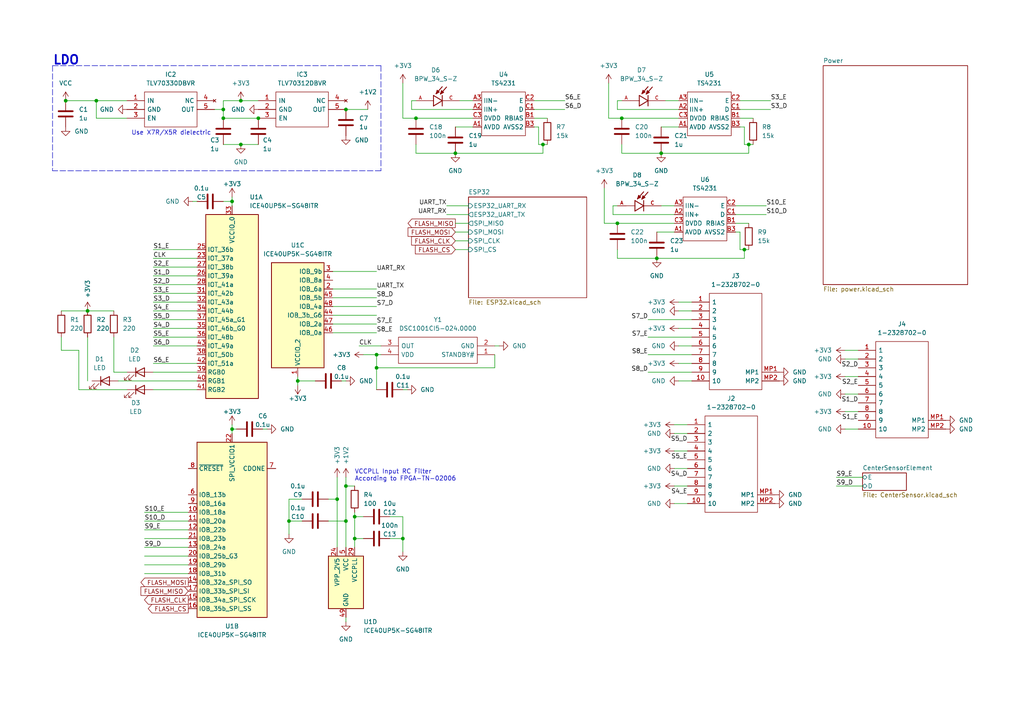
<source format=kicad_sch>
(kicad_sch (version 20211123) (generator eeschema)
  (paper "A4")
  (lib_symbols
    (symbol "BPW34:BPW_34_S-Z" (pin_names (offset 1.016) hide)
      (property "Reference" "D" (at -3.0988 4.4958 0))
      (property "Value" "BPW_34_S-Z" (at -3.556 -3.302 0))
      (symbol "BPW_34_S-Z_0_0"
        (polyline (pts (xy -2.54 -1.524) (xy 0 0)) (stroke (width 0.254)))
        (polyline (pts (xy -2.54 0) (xy -5.08 0)) (stroke (width 0.1524)))
        (polyline (pts (xy -2.54 0) (xy -2.54 -1.524)) (stroke (width 0.254)))
        (polyline (pts (xy -2.54 1.524) (xy -2.54 0)) (stroke (width 0.254)))
        (polyline (pts (xy -1.778 2.032) (xy -1.4478 2.9972)) (stroke (width 0.254)))
        (polyline (pts (xy -1.778 2.032) (xy 0 4.064)) (stroke (width 0.254)))
        (polyline (pts (xy -1.4732 2.2606) (xy -1.3462 2.2606)) (stroke (width 0.254)))
        (polyline (pts (xy -1.4478 2.9972) (xy -1.4732 2.2606)) (stroke (width 0.254)))
        (polyline (pts (xy -1.4478 2.9972) (xy -0.889 2.5146)) (stroke (width 0.254)))
        (polyline (pts (xy -1.0668 2.5908) (xy -1.2954 2.4384)) (stroke (width 0.254)))
        (polyline (pts (xy -0.889 2.5146) (xy -1.778 2.032)) (stroke (width 0.254)))
        (polyline (pts (xy -0.5334 1.9304) (xy -0.2032 2.8956)) (stroke (width 0.254)))
        (polyline (pts (xy -0.5334 1.9304) (xy 1.2446 3.9624)) (stroke (width 0.254)))
        (polyline (pts (xy -0.2286 2.159) (xy -0.1016 2.159)) (stroke (width 0.254)))
        (polyline (pts (xy -0.2032 2.8956) (xy -0.2286 2.159)) (stroke (width 0.254)))
        (polyline (pts (xy -0.2032 2.8956) (xy 0.3556 2.413)) (stroke (width 0.254)))
        (polyline (pts (xy 0 0) (xy -2.54 1.524)) (stroke (width 0.254)))
        (polyline (pts (xy 0 1.524) (xy 0 -1.524)) (stroke (width 0.254)))
        (polyline (pts (xy 0.1778 2.4892) (xy -0.0508 2.3368)) (stroke (width 0.254)))
        (polyline (pts (xy 0.3556 2.413) (xy -0.5334 1.9304)) (stroke (width 0.254)))
        (pin passive line (at -7.62 0 0) (length 2.54) (name "~") (number "A"))
        (pin passive line (at 5.08 0 180) (length 5.08) (name "~") (number "C"))
      )
    )
    (symbol "Custom:TS4231"
      (property "Reference" "U" (at 0 7.62 0))
      (property "Value" "TS4231" (at 0 -7.62 0))
      (symbol "TS4231_0_1"
        (rectangle (start -6.35 6.35) (end 6.35 -6.35))
      )
      (symbol "TS4231_1_1"
        (pin power_in line (at -8.89 -3.81 0) (length 2.54) (name "AVDD") (number "A1"))
        (pin input line (at -8.89 1.27 0) (length 2.54) (name "IIN+") (number "A2"))
        (pin input line (at -8.89 3.81 0) (length 2.54) (name "IIN-") (number "A3"))
        (pin power_in line (at 8.89 -1.27 180) (length 2.54) (name "RBIAS") (number "B1"))
        (pin power_in line (at 8.89 -3.81 180) (length 2.54) hide (name "AVSS1") (number "B2"))
        (pin power_in line (at 8.89 -3.81 180) (length 2.54) (name "AVSS2") (number "B3"))
        (pin bidirectional line (at 8.89 1.27 180) (length 2.54) (name "D") (number "C1"))
        (pin bidirectional line (at 8.89 3.81 180) (length 2.54) (name "E") (number "C2"))
        (pin power_in line (at -8.89 -1.27 0) (length 2.54) (name "DVDD") (number "C3"))
      )
    )
    (symbol "Device:C" (pin_numbers hide) (pin_names (offset 0.254))
      (property "Reference" "C" (at 0.635 2.54 0))
      (property "Value" "C" (at 0.635 -2.54 0))
      (symbol "C_0_1"
        (polyline (pts (xy -2.032 -0.762) (xy 2.032 -0.762)) (stroke (width 0.508)))
        (polyline (pts (xy -2.032 0.762) (xy 2.032 0.762)) (stroke (width 0.508)))
      )
      (symbol "C_1_1"
        (pin passive line (at 0 3.81 270) (length 2.794) (name "~") (number "1"))
        (pin passive line (at 0 -3.81 90) (length 2.794) (name "~") (number "2"))
      )
    )
    (symbol "Device:LED" (pin_numbers hide) (pin_names (offset 1.016) hide)
      (property "Reference" "D" (at 0 2.54 0))
      (property "Value" "LED" (at 0 -2.54 0))
      (symbol "LED_0_1"
        (polyline (pts (xy -1.27 -1.27) (xy -1.27 1.27)) (stroke (width 0.254)))
        (polyline (pts (xy -1.27 0) (xy 1.27 0)))
        (polyline (pts (xy 1.27 -1.27) (xy 1.27 1.27) (xy -1.27 0) (xy 1.27 -1.27)) (stroke (width 0.254)))
        (polyline (pts (xy -3.048 -0.762) (xy -4.572 -2.286) (xy -3.81 -2.286) (xy -4.572 -2.286) (xy -4.572 -1.524)))
        (polyline (pts (xy -1.778 -0.762) (xy -3.302 -2.286) (xy -2.54 -2.286) (xy -3.302 -2.286) (xy -3.302 -1.524)))
      )
      (symbol "LED_1_1"
        (pin passive line (at -3.81 0 0) (length 2.54) (name "K") (number "1"))
        (pin passive line (at 3.81 0 180) (length 2.54) (name "A") (number "2"))
      )
    )
    (symbol "Device:R" (pin_numbers hide) (pin_names (offset 0))
      (property "Reference" "R" (at 2.032 0 90))
      (property "Value" "R" (at 0 0 90))
      (symbol "R_0_1"
        (rectangle (start -1.016 -2.54) (end 1.016 2.54) (stroke (width 0.254)))
      )
      (symbol "R_1_1"
        (pin passive line (at 0 3.81 270) (length 1.27) (name "~") (number "1"))
        (pin passive line (at 0 -3.81 90) (length 1.27) (name "~") (number "2"))
      )
    )
    (symbol "FPGA_Lattice:ICE40UP5K-SG48ITR"
      (property "Reference" "U" (at -8.89 -29.21 0))
      (property "Value" "ICE40UP5K-SG48ITR" (at 0 -31.75 0))
      (symbol "ICE40UP5K-SG48ITR_1_1"
        (rectangle (start -7.62 25.4) (end 7.62 -27.94) (stroke (width 0.254)) (fill (type background)))
        (pin bidirectional line (at -10.16 12.7 0) (length 2.54) (name "IOT_37a") (number "23"))
        (pin bidirectional line (at -10.16 15.24 0) (length 2.54) (name "IOT_36b") (number "25"))
        (pin bidirectional line (at -10.16 7.62 0) (length 2.54) (name "IOT_39a") (number "26"))
        (pin bidirectional line (at -10.16 10.16 0) (length 2.54) (name "IOT_38b") (number "27"))
        (pin bidirectional line (at -10.16 5.08 0) (length 2.54) (name "IOT_41a") (number "28"))
        (pin bidirectional line (at -10.16 2.54 0) (length 2.54) (name "IOT_42b") (number "31"))
        (pin bidirectional line (at -10.16 0 0) (length 2.54) (name "IOT_43a") (number "32"))
        (pin power_in line (at 0 27.94 270) (length 2.54) (name "VCCIO_0") (number "33"))
        (pin bidirectional line (at -10.16 -2.54 0) (length 2.54) (name "IOT_44b") (number "34"))
        (pin bidirectional line (at -10.16 -7.62 0) (length 2.54) (name "IOT_46b_G0") (number "35"))
        (pin bidirectional line (at -10.16 -10.16 0) (length 2.54) (name "IOT_48b") (number "36"))
        (pin bidirectional line (at -10.16 -5.08 0) (length 2.54) (name "IOT_45a_G1") (number "37"))
        (pin bidirectional line (at -10.16 -15.24 0) (length 2.54) (name "IOT_50b") (number "38"))
        (pin open_collector line (at -10.16 -20.32 0) (length 2.54) (name "RGB0") (number "39"))
        (pin open_collector line (at -10.16 -22.86 0) (length 2.54) (name "RGB1") (number "40"))
        (pin open_collector line (at -10.16 -25.4 0) (length 2.54) (name "RGB2") (number "41"))
        (pin bidirectional line (at -10.16 -17.78 0) (length 2.54) (name "IOT_51a") (number "42"))
        (pin bidirectional line (at -10.16 -12.7 0) (length 2.54) (name "IOT_49a") (number "43"))
      )
      (symbol "ICE40UP5K-SG48ITR_2_1"
        (rectangle (start -10.16 25.4) (end 10.16 -25.4) (stroke (width 0.254)) (fill (type background)))
        (pin bidirectional line (at -12.7 5.08 0) (length 2.54) (name "IOB_18a") (number "10"))
        (pin bidirectional line (at -12.7 2.54 0) (length 2.54) (name "IOB_20a") (number "11"))
        (pin bidirectional line (at -12.7 0 0) (length 2.54) (name "IOB_22b") (number "12"))
        (pin bidirectional line (at -12.7 -5.08 0) (length 2.54) (name "IOB_24a") (number "13"))
        (pin bidirectional line (at -12.7 -15.24 0) (length 2.54) (name "IOB_32a_SPI_SO") (number "14"))
        (pin bidirectional line (at -12.7 -20.32 0) (length 2.54) (name "IOB_34a_SPI_SCK") (number "15"))
        (pin bidirectional line (at -12.7 -22.86 0) (length 2.54) (name "IOB_35b_SPI_SS") (number "16"))
        (pin bidirectional line (at -12.7 -17.78 0) (length 2.54) (name "IOB_33b_SPI_SI") (number "17"))
        (pin bidirectional line (at -12.7 -12.7 0) (length 2.54) (name "IOB_31b") (number "18"))
        (pin bidirectional line (at -12.7 -10.16 0) (length 2.54) (name "IOB_29b") (number "19"))
        (pin bidirectional line (at -12.7 -7.62 0) (length 2.54) (name "IOB_25b_G3") (number "20"))
        (pin bidirectional line (at -12.7 -2.54 0) (length 2.54) (name "IOB_23b") (number "21"))
        (pin power_in line (at 0 27.94 270) (length 2.54) (name "SPI_VCCIO1") (number "22"))
        (pin bidirectional line (at -12.7 10.16 0) (length 2.54) (name "IOB_13b") (number "6"))
        (pin open_collector line (at 12.7 17.78 180) (length 2.54) (name "CDONE") (number "7"))
        (pin input line (at -12.7 17.78 0) (length 2.54) (name "~{CRESET}") (number "8"))
        (pin bidirectional line (at -12.7 7.62 0) (length 2.54) (name "IOB_16a") (number "9"))
      )
      (symbol "ICE40UP5K-SG48ITR_3_1"
        (rectangle (start -7.62 15.24) (end 7.62 -15.24) (stroke (width 0.254)) (fill (type background)))
        (pin power_in line (at 0 17.78 270) (length 2.54) (name "VCCIO_2") (number "1"))
        (pin bidirectional line (at -10.16 -7.62 0) (length 2.54) (name "IOB_6a") (number "2"))
        (pin bidirectional line (at -10.16 -12.7 0) (length 2.54) (name "IOB_9b") (number "3"))
        (pin bidirectional line (at -10.16 -10.16 0) (length 2.54) (name "IOB_8a") (number "4"))
        (pin bidirectional line (at -10.16 0 0) (length 2.54) (name "IOB_3b_G6") (number "44"))
        (pin bidirectional line (at -10.16 -5.08 0) (length 2.54) (name "IOB_5b") (number "45"))
        (pin bidirectional line (at -10.16 5.08 0) (length 2.54) (name "IOB_0a") (number "46"))
        (pin bidirectional line (at -10.16 2.54 0) (length 2.54) (name "IOB_2a") (number "47"))
        (pin bidirectional line (at -10.16 -2.54 0) (length 2.54) (name "IOB_4a") (number "48"))
      )
      (symbol "ICE40UP5K-SG48ITR_4_1"
        (rectangle (start -5.08 7.62) (end 5.08 -7.62) (stroke (width 0.254)) (fill (type background)))
        (pin power_in line (at -2.54 10.16 270) (length 2.54) (name "VPP_2V5") (number "24"))
        (pin power_out line (at 2.54 10.16 270) (length 2.54) (name "VCCPLL") (number "29"))
        (pin passive line (at 0 10.16 270) (length 2.54) hide (name "VCC") (number "30"))
        (pin power_in line (at 0 -10.16 90) (length 2.54) (name "GND") (number "49"))
        (pin power_in line (at 0 10.16 270) (length 2.54) (name "VCC") (number "5"))
      )
    )
    (symbol "SamacSys_Parts:1-2328702-0" (pin_names (offset 0.762))
      (property "Reference" "J" (at 21.59 7.62 0))
      (property "Value" "1-2328702-0" (at 21.59 5.08 0))
      (symbol "1-2328702-0_0_0"
        (pin passive line (at 25.4 -22.86 180) (length 5.08) (name "1") (number "1"))
        (pin passive line (at 25.4 0 180) (length 5.08) (name "10") (number "10"))
        (pin passive line (at 25.4 -20.32 180) (length 5.08) (name "2") (number "2"))
        (pin passive line (at 25.4 -17.78 180) (length 5.08) (name "3") (number "3"))
        (pin passive line (at 25.4 -15.24 180) (length 5.08) (name "4") (number "4"))
        (pin passive line (at 25.4 -12.7 180) (length 5.08) (name "5") (number "5"))
        (pin passive line (at 25.4 -10.16 180) (length 5.08) (name "6") (number "6"))
        (pin passive line (at 25.4 -7.62 180) (length 5.08) (name "7") (number "7"))
        (pin passive line (at 25.4 -5.08 180) (length 5.08) (name "8") (number "8"))
        (pin passive line (at 25.4 -2.54 180) (length 5.08) (name "9") (number "9"))
        (pin passive line (at 0 -2.54 0) (length 5.08) (name "MP1") (number "MP1"))
        (pin passive line (at 0 0 0) (length 5.08) (name "MP2") (number "MP2"))
      )
      (symbol "1-2328702-0_0_1"
        (polyline (pts (xy 5.08 2.54) (xy 20.32 2.54) (xy 20.32 -25.4) (xy 5.08 -25.4) (xy 5.08 2.54)) (stroke (width 0.1524)))
      )
    )
    (symbol "SamacSys_Parts:DSC1001CI5-024.0000" (pin_names (offset 0.762))
      (property "Reference" "Y" (at 29.21 7.62 0))
      (property "Value" "DSC1001CI5-024.0000" (at 29.21 5.08 0))
      (symbol "DSC1001CI5-024.0000_0_0"
        (pin passive line (at 0 0 0) (length 5.08) (name "STANDBY#") (number "1"))
        (pin passive line (at 0 -2.54 0) (length 5.08) (name "GND") (number "2"))
        (pin passive line (at 33.02 -2.54 180) (length 5.08) (name "OUT") (number "3"))
        (pin passive line (at 33.02 0 180) (length 5.08) (name "VDD") (number "4"))
      )
      (symbol "DSC1001CI5-024.0000_0_1"
        (polyline (pts (xy 5.08 2.54) (xy 27.94 2.54) (xy 27.94 -5.08) (xy 5.08 -5.08) (xy 5.08 2.54)) (stroke (width 0.1524)))
      )
    )
    (symbol "SamacSys_Parts:TLV70312DBVR" (pin_names (offset 0.762))
      (property "Reference" "IC" (at 21.59 7.62 0))
      (property "Value" "TLV70312DBVR" (at 21.59 5.08 0))
      (symbol "TLV70312DBVR_0_0"
        (pin passive line (at 0 0 0) (length 5.08) (name "IN") (number "1"))
        (pin passive line (at 0 -2.54 0) (length 5.08) (name "GND") (number "2"))
        (pin passive line (at 0 -5.08 0) (length 5.08) (name "EN") (number "3"))
        (pin no_connect line (at 25.4 0 180) (length 5.08) (name "NC") (number "4"))
        (pin passive line (at 25.4 -2.54 180) (length 5.08) (name "OUT") (number "5"))
      )
      (symbol "TLV70312DBVR_0_1"
        (polyline (pts (xy 5.08 2.54) (xy 20.32 2.54) (xy 20.32 -7.62) (xy 5.08 -7.62) (xy 5.08 2.54)) (stroke (width 0.1524)))
      )
    )
    (symbol "SamacSys_Parts:TLV70330DBVR" (pin_names (offset 0.762))
      (property "Reference" "IC" (at 21.59 7.62 0))
      (property "Value" "TLV70330DBVR" (at 21.59 5.08 0))
      (symbol "TLV70330DBVR_0_0"
        (pin passive line (at 0 0 0) (length 5.08) (name "IN") (number "1"))
        (pin passive line (at 0 -2.54 0) (length 5.08) (name "GND") (number "2"))
        (pin passive line (at 0 -5.08 0) (length 5.08) (name "EN") (number "3"))
        (pin no_connect line (at 25.4 0 180) (length 5.08) (name "NC") (number "4"))
        (pin passive line (at 25.4 -2.54 180) (length 5.08) (name "OUT") (number "5"))
      )
      (symbol "TLV70330DBVR_0_1"
        (polyline (pts (xy 5.08 2.54) (xy 20.32 2.54) (xy 20.32 -7.62) (xy 5.08 -7.62) (xy 5.08 2.54)) (stroke (width 0.1524)))
      )
    )
    (symbol "power:+1V2" (power) (pin_names (offset 0))
      (property "Value" "+1V2" (at 0 3.556 0))
      (symbol "+1V2_0_1"
        (polyline (pts (xy -0.762 1.27) (xy 0 2.54)))
        (polyline (pts (xy 0 0) (xy 0 2.54)))
        (polyline (pts (xy 0 2.54) (xy 0.762 1.27)))
      )
      (symbol "+1V2_1_1"
        (pin power_in line (at 0 0 90) (length 0) hide (name "+1V2") (number "1"))
      )
    )
    (symbol "power:+3V3" (power) (pin_names (offset 0))
      (property "Value" "+3V3" (at 0 3.556 0))
      (symbol "+3V3_0_1"
        (polyline (pts (xy -0.762 1.27) (xy 0 2.54)))
        (polyline (pts (xy 0 0) (xy 0 2.54)))
        (polyline (pts (xy 0 2.54) (xy 0.762 1.27)))
      )
      (symbol "+3V3_1_1"
        (pin power_in line (at 0 0 90) (length 0) hide (name "+3V3") (number "1"))
      )
    )
    (symbol "power:GND" (power) (pin_names (offset 0))
      (property "Value" "GND" (at 0 -3.81 0))
      (symbol "GND_0_1"
        (polyline (pts (xy 0 0) (xy 0 -1.27) (xy 1.27 -1.27) (xy 0 -2.54) (xy -1.27 -1.27) (xy 0 -1.27)))
      )
      (symbol "GND_1_1"
        (pin power_in line (at 0 0 270) (length 0) hide (name "GND") (number "1"))
      )
    )
    (symbol "power:VCC" (power) (pin_names (offset 0))
      (property "Value" "VCC" (at 0 3.81 0))
      (symbol "VCC_0_1"
        (polyline (pts (xy -0.762 1.27) (xy 0 2.54)))
        (polyline (pts (xy 0 0) (xy 0 2.54)))
        (polyline (pts (xy 0 2.54) (xy 0.762 1.27)))
      )
      (symbol "VCC_1_1"
        (pin power_in line (at 0 0 90) (length 0) hide (name "VCC") (number "1"))
      )
    )
  )
  (junction (at 109.22 102.87))
  (junction (at 180.34 34.29))
  (junction (at 64.77 31.75))
  (junction (at 64.77 34.29))
  (junction (at 190.5 74.93))
  (junction (at 109.22 106.68))
  (junction (at 132.08 44.45))
  (junction (at 97.79 144.78))
  (junction (at 102.87 149.86))
  (junction (at 116.84 156.21))
  (junction (at 83.82 151.13))
  (junction (at 69.85 41.91))
  (junction (at 67.31 58.42))
  (junction (at 100.33 140.97))
  (junction (at 69.85 29.21))
  (junction (at 27.94 29.21))
  (junction (at 100.33 31.75))
  (junction (at 19.05 29.21))
  (junction (at 86.36 110.49))
  (junction (at 179.07 64.77))
  (junction (at 217.17 41.91))
  (junction (at 102.87 156.21))
  (junction (at 215.9 72.39))
  (junction (at 25.4 90.17))
  (junction (at 67.31 124.46))
  (junction (at 100.33 151.13))
  (junction (at 191.77 44.45))
  (junction (at 74.93 34.29))
  (junction (at 157.48 41.91))
  (junction (at 120.65 34.29))
  (wire (pts (xy 195.58 123.19) (xy 199.39 123.19)))
  (wire (pts (xy 100.33 140.97) (xy 100.33 151.13)))
  (wire (pts (xy 55.88 58.42) (xy 57.15 58.42)))
  (wire (pts (xy 41.91 158.75) (xy 54.61 158.75)))
  (wire (pts (xy 214.63 34.29) (xy 218.44 34.29)))
  (wire (pts (xy 156.21 36.83) (xy 156.21 41.91)))
  (wire (pts (xy 245.11 114.3) (xy 248.92 114.3)))
  (wire (pts (xy 64.77 31.75) (xy 64.77 34.29)))
  (wire (pts (xy 156.21 41.91) (xy 157.48 41.91)))
  (wire (pts (xy 193.04 29.21) (xy 196.85 29.21)))
  (wire (pts (xy 180.34 34.29) (xy 196.85 34.29)))
  (wire (pts (xy 187.96 102.87) (xy 200.66 102.87)))
  (wire (pts (xy 175.26 54.61) (xy 175.26 64.77)))
  (wire (pts (xy 195.58 67.31) (xy 190.5 67.31)))
  (wire (pts (xy 213.36 64.77) (xy 217.17 64.77)))
  (wire (pts (xy 179.07 59.69) (xy 177.8 59.69)))
  (wire (pts (xy 245.11 101.6) (xy 248.92 101.6)))
  (wire (pts (xy 143.51 106.68) (xy 143.51 102.87)))
  (wire (pts (xy 102.87 156.21) (xy 102.87 158.75)))
  (wire (pts (xy 41.91 156.21) (xy 54.61 156.21)))
  (wire (pts (xy 44.45 87.63) (xy 57.15 87.63)))
  (polyline (pts (xy 110.49 19.05) (xy 110.49 49.53)))
  (wire (pts (xy 133.35 29.21) (xy 137.16 29.21)))
  (wire (pts (xy 100.33 180.34) (xy 100.33 179.07)))
  (wire (pts (xy 177.8 59.69) (xy 177.8 62.23)))
  (wire (pts (xy 96.52 93.98) (xy 109.22 93.98)))
  (wire (pts (xy 44.45 72.39) (xy 57.15 72.39)))
  (wire (pts (xy 200.66 97.79) (xy 187.96 97.79)))
  (wire (pts (xy 96.52 86.36) (xy 109.22 86.36)))
  (wire (pts (xy 54.61 151.13) (xy 41.91 151.13)))
  (wire (pts (xy 104.14 100.33) (xy 110.49 100.33)))
  (wire (pts (xy 116.84 160.02) (xy 116.84 156.21)))
  (wire (pts (xy 154.94 36.83) (xy 156.21 36.83)))
  (wire (pts (xy 64.77 31.75) (xy 64.77 29.21)))
  (wire (pts (xy 41.91 153.67) (xy 54.61 153.67)))
  (wire (pts (xy 100.33 151.13) (xy 100.33 158.75)))
  (wire (pts (xy 116.84 149.86) (xy 116.84 156.21)))
  (wire (pts (xy 179.07 31.75) (xy 196.85 31.75)))
  (wire (pts (xy 223.52 31.75) (xy 214.63 31.75)))
  (wire (pts (xy 187.96 107.95) (xy 200.66 107.95)))
  (wire (pts (xy 245.11 109.22) (xy 248.92 109.22)))
  (wire (pts (xy 95.25 151.13) (xy 100.33 151.13)))
  (polyline (pts (xy 15.24 19.05) (xy 15.24 49.53)))
  (wire (pts (xy 97.79 144.78) (xy 95.25 144.78)))
  (wire (pts (xy 118.11 113.03) (xy 116.84 113.03)))
  (wire (pts (xy 119.38 31.75) (xy 137.16 31.75)))
  (wire (pts (xy 245.11 124.46) (xy 248.92 124.46)))
  (wire (pts (xy 91.44 110.49) (xy 86.36 110.49)))
  (wire (pts (xy 196.85 110.49) (xy 200.66 110.49)))
  (wire (pts (xy 190.5 74.93) (xy 215.9 74.93)))
  (wire (pts (xy 137.16 36.83) (xy 132.08 36.83)))
  (wire (pts (xy 67.31 123.19) (xy 67.31 124.46)))
  (wire (pts (xy 175.26 64.77) (xy 179.07 64.77)))
  (wire (pts (xy 44.45 85.09) (xy 57.15 85.09)))
  (wire (pts (xy 41.91 166.37) (xy 54.61 166.37)))
  (wire (pts (xy 196.85 100.33) (xy 200.66 100.33)))
  (wire (pts (xy 44.45 97.79) (xy 57.15 97.79)))
  (wire (pts (xy 214.63 67.31) (xy 214.63 72.39)))
  (wire (pts (xy 64.77 41.91) (xy 69.85 41.91)))
  (wire (pts (xy 77.47 124.46) (xy 76.2 124.46)))
  (wire (pts (xy 54.61 148.59) (xy 41.91 148.59)))
  (wire (pts (xy 196.85 36.83) (xy 191.77 36.83)))
  (wire (pts (xy 119.38 29.21) (xy 119.38 31.75)))
  (wire (pts (xy 27.94 29.21) (xy 27.94 34.29)))
  (wire (pts (xy 34.29 110.49) (xy 57.15 110.49)))
  (wire (pts (xy 120.65 34.29) (xy 137.16 34.29)))
  (wire (pts (xy 179.07 29.21) (xy 179.07 31.75)))
  (wire (pts (xy 105.41 156.21) (xy 102.87 156.21)))
  (wire (pts (xy 214.63 72.39) (xy 215.9 72.39)))
  (wire (pts (xy 83.82 144.78) (xy 83.82 151.13)))
  (wire (pts (xy 132.08 69.85) (xy 135.89 69.85)))
  (wire (pts (xy 120.65 41.91) (xy 120.65 44.45)))
  (wire (pts (xy 109.22 106.68) (xy 109.22 102.87)))
  (wire (pts (xy 132.08 44.45) (xy 157.48 44.45)))
  (wire (pts (xy 163.83 29.21) (xy 154.94 29.21)))
  (wire (pts (xy 176.53 24.13) (xy 176.53 34.29)))
  (wire (pts (xy 25.4 97.79) (xy 25.4 110.49)))
  (wire (pts (xy 67.31 58.42) (xy 67.31 57.15)))
  (wire (pts (xy 180.34 29.21) (xy 179.07 29.21)))
  (wire (pts (xy 44.45 113.03) (xy 57.15 113.03)))
  (wire (pts (xy 196.85 95.25) (xy 200.66 95.25)))
  (wire (pts (xy 44.45 77.47) (xy 57.15 77.47)))
  (wire (pts (xy 44.45 74.93) (xy 57.15 74.93)))
  (wire (pts (xy 36.83 29.21) (xy 27.94 29.21)))
  (wire (pts (xy 215.9 36.83) (xy 215.9 41.91)))
  (wire (pts (xy 132.08 72.39) (xy 135.89 72.39)))
  (wire (pts (xy 215.9 41.91) (xy 217.17 41.91)))
  (wire (pts (xy 191.77 59.69) (xy 195.58 59.69)))
  (wire (pts (xy 196.85 87.63) (xy 200.66 87.63)))
  (wire (pts (xy 83.82 154.94) (xy 83.82 151.13)))
  (wire (pts (xy 195.58 140.97) (xy 199.39 140.97)))
  (wire (pts (xy 195.58 146.05) (xy 199.39 146.05)))
  (wire (pts (xy 196.85 105.41) (xy 200.66 105.41)))
  (wire (pts (xy 22.86 101.6) (xy 17.78 101.6)))
  (wire (pts (xy 44.45 82.55) (xy 57.15 82.55)))
  (polyline (pts (xy 110.49 49.53) (xy 15.24 49.53)))
  (wire (pts (xy 44.45 107.95) (xy 57.15 107.95)))
  (wire (pts (xy 250.19 138.43) (xy 242.57 138.43)))
  (wire (pts (xy 44.45 95.25) (xy 57.15 95.25)))
  (wire (pts (xy 69.85 41.91) (xy 74.93 41.91)))
  (wire (pts (xy 41.91 161.29) (xy 54.61 161.29)))
  (wire (pts (xy 116.84 156.21) (xy 113.03 156.21)))
  (wire (pts (xy 120.65 29.21) (xy 119.38 29.21)))
  (wire (pts (xy 86.36 110.49) (xy 86.36 111.76)))
  (wire (pts (xy 214.63 36.83) (xy 215.9 36.83)))
  (wire (pts (xy 87.63 144.78) (xy 83.82 144.78)))
  (wire (pts (xy 222.25 59.69) (xy 213.36 59.69)))
  (wire (pts (xy 109.22 113.03) (xy 109.22 106.68)))
  (wire (pts (xy 157.48 44.45) (xy 157.48 41.91)))
  (wire (pts (xy 33.02 90.17) (xy 25.4 90.17)))
  (wire (pts (xy 195.58 125.73) (xy 199.39 125.73)))
  (wire (pts (xy 27.94 29.21) (xy 19.05 29.21)))
  (wire (pts (xy 41.91 163.83) (xy 54.61 163.83)))
  (wire (pts (xy 27.94 34.29) (xy 36.83 34.29)))
  (wire (pts (xy 250.19 140.97) (xy 242.57 140.97)))
  (wire (pts (xy 196.85 90.17) (xy 200.66 90.17)))
  (wire (pts (xy 36.83 113.03) (xy 22.86 113.03)))
  (wire (pts (xy 217.17 44.45) (xy 217.17 41.91)))
  (wire (pts (xy 179.07 64.77) (xy 195.58 64.77)))
  (polyline (pts (xy 15.24 19.05) (xy 110.49 19.05)))
  (wire (pts (xy 109.22 78.74) (xy 96.52 78.74)))
  (wire (pts (xy 97.79 158.75) (xy 97.79 144.78)))
  (wire (pts (xy 245.11 119.38) (xy 248.92 119.38)))
  (wire (pts (xy 102.87 148.59) (xy 102.87 149.86)))
  (wire (pts (xy 44.45 80.01) (xy 57.15 80.01)))
  (wire (pts (xy 64.77 34.29) (xy 74.93 34.29)))
  (wire (pts (xy 157.48 41.91) (xy 158.75 41.91)))
  (wire (pts (xy 67.31 59.69) (xy 67.31 58.42)))
  (wire (pts (xy 62.23 31.75) (xy 64.77 31.75)))
  (wire (pts (xy 33.02 107.95) (xy 33.02 97.79)))
  (wire (pts (xy 180.34 41.91) (xy 180.34 44.45)))
  (wire (pts (xy 105.41 102.87) (xy 109.22 102.87)))
  (wire (pts (xy 22.86 113.03) (xy 22.86 101.6)))
  (wire (pts (xy 25.4 90.17) (xy 17.78 90.17)))
  (wire (pts (xy 116.84 24.13) (xy 116.84 34.29)))
  (wire (pts (xy 64.77 58.42) (xy 67.31 58.42)))
  (wire (pts (xy 87.63 151.13) (xy 83.82 151.13)))
  (wire (pts (xy 132.08 64.77) (xy 135.89 64.77)))
  (wire (pts (xy 44.45 105.41) (xy 57.15 105.41)))
  (wire (pts (xy 144.78 100.33) (xy 143.51 100.33)))
  (wire (pts (xy 102.87 149.86) (xy 102.87 156.21)))
  (wire (pts (xy 116.84 34.29) (xy 120.65 34.29)))
  (wire (pts (xy 135.89 59.69) (xy 129.54 59.69)))
  (wire (pts (xy 120.65 44.45) (xy 132.08 44.45)))
  (wire (pts (xy 96.52 91.44) (xy 109.22 91.44)))
  (wire (pts (xy 96.52 96.52) (xy 109.22 96.52)))
  (wire (pts (xy 245.11 104.14) (xy 248.92 104.14)))
  (wire (pts (xy 179.07 72.39) (xy 179.07 74.93)))
  (wire (pts (xy 177.8 62.23) (xy 195.58 62.23)))
  (wire (pts (xy 213.36 67.31) (xy 214.63 67.31)))
  (wire (pts (xy 132.08 67.31) (xy 135.89 67.31)))
  (wire (pts (xy 44.45 92.71) (xy 57.15 92.71)))
  (wire (pts (xy 68.58 124.46) (xy 67.31 124.46)))
  (wire (pts (xy 86.36 109.22) (xy 86.36 110.49)))
  (wire (pts (xy 109.22 106.68) (xy 143.51 106.68)))
  (wire (pts (xy 217.17 41.91) (xy 218.44 41.91)))
  (wire (pts (xy 222.25 62.23) (xy 213.36 62.23)))
  (wire (pts (xy 109.22 102.87) (xy 110.49 102.87)))
  (wire (pts (xy 102.87 140.97) (xy 100.33 140.97)))
  (wire (pts (xy 195.58 130.81) (xy 199.39 130.81)))
  (wire (pts (xy 195.58 135.89) (xy 199.39 135.89)))
  (wire (pts (xy 180.34 44.45) (xy 191.77 44.45)))
  (wire (pts (xy 113.03 149.86) (xy 116.84 149.86)))
  (wire (pts (xy 97.79 138.43) (xy 97.79 144.78)))
  (wire (pts (xy 223.52 29.21) (xy 214.63 29.21)))
  (wire (pts (xy 179.07 74.93) (xy 190.5 74.93)))
  (wire (pts (xy 135.89 62.23) (xy 129.54 62.23)))
  (wire (pts (xy 109.22 83.82) (xy 96.52 83.82)))
  (wire (pts (xy 44.45 90.17) (xy 57.15 90.17)))
  (wire (pts (xy 105.41 149.86) (xy 102.87 149.86)))
  (wire (pts (xy 69.85 29.21) (xy 74.93 29.21)))
  (wire (pts (xy 109.22 88.9) (xy 96.52 88.9)))
  (wire (pts (xy 100.33 138.43) (xy 100.33 140.97)))
  (wire (pts (xy 154.94 34.29) (xy 158.75 34.29)))
  (wire (pts (xy 100.33 110.49) (xy 99.06 110.49)))
  (wire (pts (xy 191.77 44.45) (xy 217.17 44.45)))
  (wire (pts (xy 176.53 34.29) (xy 180.34 34.29)))
  (wire (pts (xy 100.33 31.75) (xy 106.68 31.75)))
  (wire (pts (xy 69.85 29.21) (xy 64.77 29.21)))
  (wire (pts (xy 44.45 100.33) (xy 57.15 100.33)))
  (wire (pts (xy 215.9 72.39) (xy 217.17 72.39)))
  (wire (pts (xy 36.83 107.95) (xy 33.02 107.95)))
  (wire (pts (xy 163.83 31.75) (xy 154.94 31.75)))
  (wire (pts (xy 67.31 124.46) (xy 67.31 125.73)))
  (wire (pts (xy 17.78 101.6) (xy 17.78 97.79)))
  (wire (pts (xy 187.96 92.71) (xy 200.66 92.71)))
  (wire (pts (xy 215.9 74.93) (xy 215.9 72.39)))
  (text "VCCPLL Input RC Filter\nAccording to FPGA-TN-02006" (at 102.87 139.7 0) (effects (font (size 1.27 1.27)) (justify left bottom)))
  (text "Use X7R/X5R dielectric\n" (at 38.1 39.37 0) (effects (font (size 1.27 1.27)) (justify left bottom)))
  (text "LDO\n" (at 15.24 19.05 0) (effects (font (size 2.54 2.54) (thickness 0.508) bold) (justify left bottom)))
  (label "S2_E" (at 44.45 77.47 0))
  (label "S10_D" (at 41.91 151.13 0))
  (label "S5_E" (at 199.39 133.35 180))
  (label "S1_E" (at 248.92 121.92 180))
  (label "S7_E" (at 109.22 93.98 0))
  (label "S1_E" (at 44.45 72.39 0))
  (label "S3_E" (at 44.45 85.09 0))
  (label "S3_D" (at 223.52 31.75 0))
  (label "S6_E" (at 163.83 29.21 0))
  (label "S10_E" (at 222.25 59.69 0))
  (label "S10_E" (at 41.91 148.59 0))
  (label "S8_E" (at 109.22 96.52 0))
  (label "S1_D" (at 44.45 80.01 0))
  (label "S8_D" (at 187.96 107.95 180))
  (label "S8_E" (at 187.96 102.87 180))
  (label "S7_D" (at 109.22 88.9 0))
  (label "S4_E" (at 199.39 143.51 180))
  (label "S6_D" (at 163.83 31.75 0))
  (label "CLK" (at 104.14 100.33 0))
  (label "S6_E" (at 44.45 105.41 0))
  (label "UART_TX" (at 129.54 59.69 180))
  (label "S8_D" (at 109.22 86.36 0))
  (label "S10_D" (at 222.25 62.23 0))
  (label "S3_E" (at 223.52 29.21 0))
  (label "S3_D" (at 44.45 87.63 0))
  (label "S9_D" (at 242.57 140.97 0))
  (label "S6_D" (at 44.45 100.33 0))
  (label "S2_D" (at 248.92 106.68 180))
  (label "S1_D" (at 248.92 116.84 180))
  (label "S9_E" (at 242.57 138.43 0))
  (label "S5_E" (at 44.45 97.79 0))
  (label "S7_D" (at 187.96 92.71 180))
  (label "S9_E" (at 41.91 153.67 0))
  (label "S7_E" (at 187.96 97.79 180))
  (label "UART_TX" (at 109.22 83.82 0))
  (label "S9_D" (at 41.91 158.75 0))
  (label "CLK" (at 44.45 74.93 0))
  (label "UART_RX" (at 109.22 78.74 0))
  (label "UART_RX" (at 129.54 62.23 180))
  (label "S2_E" (at 248.92 111.76 180))
  (label "S5_D" (at 44.45 92.71 0))
  (label "S4_E" (at 44.45 90.17 0))
  (label "S5_D" (at 199.39 128.27 180))
  (label "S4_D" (at 44.45 95.25 0))
  (label "S2_D" (at 44.45 82.55 0))
  (label "S4_D" (at 199.39 138.43 180))
  (global_label "FLASH_CLK" (shape output) (at 54.61 173.99 180) (property "Intersheet References" "${INTERSHEET_REFS}" (effects hide)))
  (global_label "FLASH_MOSI" (shape output) (at 54.61 168.91 180) (property "Intersheet References" "${INTERSHEET_REFS}" (effects hide)))
  (global_label "FLASH_MISO" (shape output) (at 132.08 64.77 180) (property "Intersheet References" "${INTERSHEET_REFS}" (effects hide)))
  (global_label "FLASH_CLK" (shape input) (at 132.08 69.85 180) (property "Intersheet References" "${INTERSHEET_REFS}" (effects hide)))
  (global_label "FLASH_CS" (shape output) (at 54.61 176.53 180) (property "Intersheet References" "${INTERSHEET_REFS}" (effects hide)))
  (global_label "FLASH_MOSI" (shape input) (at 132.08 67.31 180) (property "Intersheet References" "${INTERSHEET_REFS}" (effects hide)))
  (global_label "FLASH_MISO" (shape input) (at 54.61 171.45 180) (property "Intersheet References" "${INTERSHEET_REFS}" (effects hide)))
  (global_label "FLASH_CS" (shape input) (at 132.08 72.39 180) (property "Intersheet References" "${INTERSHEET_REFS}" (effects hide)))
  (symbol (lib_id "Custom:TS4231") (at 146.05 33.02 0) (unit 1)
    (property "Reference" "U4" (at 146.05 21.59 0))
    (property "Value" "TS4231" (at 146.05 24.13 0))
    (property "Footprint" "Library:TS4231 WLCSP9" (effects hide))
  )
  (symbol (lib_id "Custom:TS4231") (at 205.74 33.02 0) (unit 1)
    (property "Reference" "U5" (at 205.74 21.59 0))
    (property "Value" "TS4231" (at 205.74 24.13 0))
    (property "Footprint" "Library:TS4231 WLCSP9" (effects hide))
  )
  (symbol (lib_id "power:GND") (at 118.11 113.03 90) (unit 1)
    (property "Reference" "#PWR0128" (effects hide))
    (property "Value" "GND" (at 121.92 113.0299 90) (effects (justify right)))
  )
  (symbol (lib_id "power:GND") (at 226.06 110.49 90) (unit 1)
    (property "Reference" "#PWR0157" (effects hide))
    (property "Value" "GND" (at 229.87 110.4901 90) (effects (justify right)))
  )
  (symbol (lib_id "power:+3V3") (at 116.84 24.13 0) (unit 1)
    (property "Reference" "#PWR0132" (effects hide))
    (property "Value" "+3V3" (at 116.84 19.05 0))
  )
  (symbol (lib_id "Device:R") (at 102.87 144.78 0) (unit 1)
    (property "Reference" "R4" (at 105.41 143.5099 0) (effects (justify left)))
    (property "Value" "100" (at 105.41 146.0499 0) (effects (justify left)))
    (property "Footprint" "Resistor_SMD:R_0603_1608Metric" (effects hide))
  )
  (symbol (lib_id "Device:C") (at 19.05 33.02 0) (unit 1)
    (property "Reference" "C1" (at 22.86 31.7499 0) (effects (justify left)))
    (property "Value" "1u" (at 22.86 34.2899 0) (effects (justify left)))
    (property "Footprint" "Capacitor_SMD:C_0603_1608Metric" (effects hide))
  )
  (symbol (lib_id "Device:C") (at 191.77 40.64 0) (unit 1)
    (property "Reference" "C21" (at 195.58 39.3699 0) (effects (justify left)))
    (property "Value" "1u" (at 195.58 41.9099 0) (effects (justify left)))
    (property "Footprint" "Capacitor_SMD:C_0603_1608Metric" (effects hide))
  )
  (symbol (lib_id "power:+3V3") (at 176.53 24.13 0) (unit 1)
    (property "Reference" "#PWR0135" (effects hide))
    (property "Value" "+3V3" (at 176.53 19.05 0))
  )
  (symbol (lib_id "power:+3V3") (at 196.85 105.41 90) (unit 1)
    (property "Reference" "#PWR0151" (effects hide))
    (property "Value" "+3V3" (at 193.04 105.4099 90) (effects (justify left)))
  )
  (symbol (lib_id "SamacSys_Parts:1-2328702-0") (at 274.32 124.46 180) (unit 1)
    (property "Reference" "J4" (at 261.62 93.98 0))
    (property "Value" "1-2328702-0" (at 261.62 96.52 0))
    (property "Footprint" "123287020" (effects hide))
    (property "Datasheet" "https://datasheet.datasheetarchive.com/originals/distributors/DKDS42/DSANUWW0052081.pdf" (effects hide))
    (property "Description" "AMP - TE CONNECTIVITY - 1-2328702-0 - CONNECTOR, FPC, R/A, 10POS, 1ROW, 0.5MM" (effects hide))
    (property "Height" "1.05" (effects hide))
    (property "Mouser Part Number" "571-1-2328702-0" (effects hide))
    (property "Mouser Price/Stock" "https://www.mouser.co.uk/ProductDetail/TE-Connectivity/1-2328702-0?qs=w%2Fv1CP2dgqo2Dg4sQQnZ1g%3D%3D" (effects hide))
    (property "Manufacturer_Name" "TE Connectivity" (effects hide))
    (property "Manufacturer_Part_Number" "1-2328702-0" (effects hide))
  )
  (symbol (lib_id "Device:C") (at 91.44 144.78 270) (unit 1)
    (property "Reference" "C9" (at 86.36 143.51 90))
    (property "Value" "0.1u" (at 86.36 140.97 90))
    (property "Footprint" "Capacitor_SMD:C_0603_1608Metric" (effects hide))
  )
  (symbol (lib_id "power:GND") (at 55.88 58.42 270) (unit 1)
    (property "Reference" "#PWR0114" (effects hide))
    (property "Value" "GND" (at 52.07 58.4201 90) (effects (justify right)))
  )
  (symbol (lib_id "power:+3V3") (at 67.31 57.15 0) (unit 1)
    (property "Reference" "#PWR0118" (effects hide))
    (property "Value" "+3V3" (at 67.31 53.34 0))
  )
  (symbol (lib_id "power:+1V2") (at 106.68 31.75 0) (unit 1)
    (property "Reference" "#PWR0117" (effects hide))
    (property "Value" "+1V2" (at 106.68 26.67 0))
  )
  (symbol (lib_id "power:GND") (at 83.82 154.94 0) (unit 1)
    (property "Reference" "#PWR0101" (effects hide))
    (property "Value" "GND" (at 83.82 160.02 0))
  )
  (symbol (lib_id "power:GND") (at 36.83 31.75 270) (unit 1)
    (property "Reference" "#PWR0119" (effects hide))
    (property "Value" "GND" (at 33.02 31.7499 90) (effects (justify right)))
  )
  (symbol (lib_id "power:+3V3") (at 67.31 123.19 0) (unit 1)
    (property "Reference" "#PWR0103" (effects hide))
    (property "Value" "+3V3" (at 67.31 119.38 0))
  )
  (symbol (lib_id "FPGA_Lattice:ICE40UP5K-SG48ITR") (at 67.31 153.67 0) (unit 2)
    (property "Reference" "U1" (at 67.31 181.61 0))
    (property "Value" "ICE40UP5K-SG48ITR" (at 67.31 184.15 0))
    (property "Footprint" "Package_DFN_QFN:QFN-48-1EP_7x7mm_P0.5mm_EP5.6x5.6mm" (effects hide))
    (property "Datasheet" "http://www.latticesemi.com/Products/FPGAandCPLD/iCE40Ultra" (effects hide))
  )
  (symbol (lib_id "Device:C") (at 109.22 156.21 270) (unit 1)
    (property "Reference" "C13" (at 113.03 154.94 90))
    (property "Value" "100n" (at 113.03 152.4 90))
    (property "Footprint" "Capacitor_SMD:C_0603_1608Metric" (effects hide))
  )
  (symbol (lib_id "Device:C") (at 179.07 68.58 0) (unit 1)
    (property "Reference" "C22" (at 182.88 67.3099 0) (effects (justify left)))
    (property "Value" "100n" (at 182.88 69.8499 0) (effects (justify left)))
    (property "Footprint" "Capacitor_SMD:C_0603_1608Metric" (effects hide))
  )
  (symbol (lib_id "Custom:TS4231") (at 204.47 63.5 0) (unit 1)
    (property "Reference" "U6" (at 204.47 52.07 0))
    (property "Value" "TS4231" (at 204.47 54.61 0))
    (property "Footprint" "Library:TS4231 WLCSP9" (effects hide))
  )
  (symbol (lib_id "Device:R") (at 33.02 93.98 0) (unit 1)
    (property "Reference" "R3" (at 35.56 92.7099 0) (effects (justify left)))
    (property "Value" "220" (at 35.56 95.2499 0) (effects (justify left)))
    (property "Footprint" "Resistor_SMD:R_0603_1608Metric" (effects hide))
  )
  (symbol (lib_id "FPGA_Lattice:ICE40UP5K-SG48ITR") (at 100.33 168.91 0) (unit 4)
    (property "Reference" "U1" (at 105.41 180.34 0) (effects (justify left)))
    (property "Value" "ICE40UP5K-SG48ITR" (at 105.41 182.88 0) (effects (justify left)))
    (property "Footprint" "Package_DFN_QFN:QFN-48-1EP_7x7mm_P0.5mm_EP5.6x5.6mm" (effects hide))
    (property "Datasheet" "http://www.latticesemi.com/Products/FPGAandCPLD/iCE40Ultra" (effects hide))
  )
  (symbol (lib_id "power:GND") (at 116.84 160.02 0) (unit 1)
    (property "Reference" "#PWR0113" (effects hide))
    (property "Value" "GND" (at 116.84 165.1 0))
  )
  (symbol (lib_id "power:+3V3") (at 245.11 101.6 90) (unit 1)
    (property "Reference" "#PWR0153" (effects hide))
    (property "Value" "+3V3" (at 241.3 101.5999 90) (effects (justify left)))
  )
  (symbol (lib_id "power:GND") (at 69.85 41.91 0) (unit 1)
    (property "Reference" "#PWR0121" (effects hide))
    (property "Value" "GND" (at 69.85 46.99 0))
  )
  (symbol (lib_id "power:+3V3") (at 105.41 102.87 90) (unit 1)
    (property "Reference" "#PWR0116" (effects hide))
    (property "Value" "+3V3" (at 99.06 102.87 90))
  )
  (symbol (lib_id "SamacSys_Parts:1-2328702-0") (at 226.06 110.49 180) (unit 1)
    (property "Reference" "J3" (at 213.36 80.01 0))
    (property "Value" "1-2328702-0" (at 213.36 82.55 0))
    (property "Footprint" "123287020" (effects hide))
    (property "Datasheet" "https://datasheet.datasheetarchive.com/originals/distributors/DKDS42/DSANUWW0052081.pdf" (effects hide))
    (property "Description" "AMP - TE CONNECTIVITY - 1-2328702-0 - CONNECTOR, FPC, R/A, 10POS, 1ROW, 0.5MM" (effects hide))
    (property "Height" "1.05" (effects hide))
    (property "Mouser Part Number" "571-1-2328702-0" (effects hide))
    (property "Mouser Price/Stock" "https://www.mouser.co.uk/ProductDetail/TE-Connectivity/1-2328702-0?qs=w%2Fv1CP2dgqo2Dg4sQQnZ1g%3D%3D" (effects hide))
    (property "Manufacturer_Name" "TE Connectivity" (effects hide))
    (property "Manufacturer_Part_Number" "1-2328702-0" (effects hide))
  )
  (symbol (lib_id "Device:LED") (at 30.48 110.49 0) (unit 1)
    (property "Reference" "D1" (at 28.8925 104.14 0))
    (property "Value" "LED" (at 28.8925 106.68 0))
    (property "Footprint" "LED_SMD:LED_0805_2012Metric_Pad1.15x1.40mm_HandSolder" (effects hide))
  )
  (symbol (lib_id "Device:C") (at 60.96 58.42 270) (unit 1)
    (property "Reference" "C5" (at 58.42 57.15 90))
    (property "Value" "0.1u" (at 58.42 54.61 90))
    (property "Footprint" "Capacitor_SMD:C_0603_1608Metric" (effects hide))
  )
  (symbol (lib_id "power:GND") (at 196.85 100.33 270) (unit 1)
    (property "Reference" "#PWR0148" (effects hide))
    (property "Value" "GND" (at 193.04 100.3299 90) (effects (justify right)))
  )
  (symbol (lib_id "SamacSys_Parts:1-2328702-0") (at 224.79 146.05 180) (unit 1)
    (property "Reference" "J2" (at 212.09 115.57 0))
    (property "Value" "1-2328702-0" (at 212.09 118.11 0))
    (property "Footprint" "123287020" (effects hide))
    (property "Datasheet" "https://datasheet.datasheetarchive.com/originals/distributors/DKDS42/DSANUWW0052081.pdf" (effects hide))
    (property "Description" "AMP - TE CONNECTIVITY - 1-2328702-0 - CONNECTOR, FPC, R/A, 10POS, 1ROW, 0.5MM" (effects hide))
    (property "Height" "1.05" (effects hide))
    (property "Mouser Part Number" "571-1-2328702-0" (effects hide))
    (property "Mouser Price/Stock" "https://www.mouser.co.uk/ProductDetail/TE-Connectivity/1-2328702-0?qs=w%2Fv1CP2dgqo2Dg4sQQnZ1g%3D%3D" (effects hide))
    (property "Manufacturer_Name" "TE Connectivity" (effects hide))
    (property "Manufacturer_Part_Number" "1-2328702-0" (effects hide))
  )
  (symbol (lib_id "FPGA_Lattice:ICE40UP5K-SG48ITR") (at 86.36 91.44 180) (unit 3)
    (property "Reference" "U1" (at 86.36 71.12 0))
    (property "Value" "ICE40UP5K-SG48ITR" (at 86.36 73.66 0))
    (property "Footprint" "Package_DFN_QFN:QFN-48-1EP_7x7mm_P0.5mm_EP5.6x5.6mm" (effects hide))
    (property "Datasheet" "http://www.latticesemi.com/Products/FPGAandCPLD/iCE40Ultra" (effects hide))
  )
  (symbol (lib_id "Device:C") (at 190.5 71.12 0) (unit 1)
    (property "Reference" "C23" (at 194.31 69.8499 0) (effects (justify left)))
    (property "Value" "1u" (at 194.31 72.3899 0) (effects (justify left)))
    (property "Footprint" "Capacitor_SMD:C_0603_1608Metric" (effects hide))
  )
  (symbol (lib_id "power:GND") (at 224.79 143.51 90) (unit 1)
    (property "Reference" "#PWR0146" (effects hide))
    (property "Value" "GND" (at 228.6 143.5101 90) (effects (justify right)))
  )
  (symbol (lib_id "power:+1V2") (at 100.33 138.43 0) (unit 1)
    (property "Reference" "#PWR0126" (effects hide))
    (property "Value" "+1V2" (at 100.33 132.08 90))
  )
  (symbol (lib_id "power:GND") (at 195.58 125.73 270) (unit 1)
    (property "Reference" "#PWR0141" (effects hide))
    (property "Value" "GND" (at 191.77 125.7299 90) (effects (justify right)))
  )
  (symbol (lib_id "power:GND") (at 190.5 74.93 0) (unit 1)
    (property "Reference" "#PWR0136" (effects hide))
    (property "Value" "GND" (at 190.5 80.01 0))
  )
  (symbol (lib_id "power:GND") (at 196.85 90.17 270) (unit 1)
    (property "Reference" "#PWR0139" (effects hide))
    (property "Value" "GND" (at 193.04 90.1699 90) (effects (justify right)))
  )
  (symbol (lib_id "power:GND") (at 274.32 124.46 90) (unit 1)
    (property "Reference" "#PWR0156" (effects hide))
    (property "Value" "GND" (at 278.13 124.4601 90) (effects (justify right)))
  )
  (symbol (lib_id "Device:R") (at 218.44 38.1 180) (unit 1)
    (property "Reference" "R8" (at 220.98 36.8299 0) (effects (justify right)))
    (property "Value" "15k" (at 220.98 39.3699 0) (effects (justify right)))
    (property "Footprint" "Resistor_SMD:R_0603_1608Metric" (effects hide))
  )
  (symbol (lib_id "power:+3V3") (at 195.58 123.19 90) (unit 1)
    (property "Reference" "#PWR0142" (effects hide))
    (property "Value" "+3V3" (at 191.77 123.1899 90) (effects (justify left)))
  )
  (symbol (lib_id "power:GND") (at 74.93 31.75 270) (unit 1)
    (property "Reference" "#PWR0123" (effects hide))
    (property "Value" "GND" (at 71.12 31.7499 90) (effects (justify right)))
  )
  (symbol (lib_id "Device:C") (at 132.08 40.64 0) (unit 1)
    (property "Reference" "C19" (at 135.89 39.3699 0) (effects (justify left)))
    (property "Value" "1u" (at 135.89 41.9099 0) (effects (justify left)))
    (property "Footprint" "Capacitor_SMD:C_0603_1608Metric" (effects hide))
  )
  (symbol (lib_id "power:GND") (at 77.47 124.46 90) (unit 1)
    (property "Reference" "#PWR0102" (effects hide))
    (property "Value" "GND" (at 81.28 124.4599 90) (effects (justify right)))
  )
  (symbol (lib_id "FPGA_Lattice:ICE40UP5K-SG48ITR") (at 67.31 87.63 0) (unit 1)
    (property "Reference" "U1" (at 72.39 57.15 0) (effects (justify left)))
    (property "Value" "ICE40UP5K-SG48ITR" (at 72.39 59.69 0) (effects (justify left)))
    (property "Footprint" "Package_DFN_QFN:QFN-48-1EP_7x7mm_P0.5mm_EP5.6x5.6mm" (effects hide))
    (property "Datasheet" "http://www.latticesemi.com/Products/FPGAandCPLD/iCE40Ultra" (effects hide))
  )
  (symbol (lib_id "Device:C") (at 180.34 38.1 0) (unit 1)
    (property "Reference" "C20" (at 184.15 36.8299 0) (effects (justify left)))
    (property "Value" "100n" (at 184.15 39.3699 0) (effects (justify left)))
    (property "Footprint" "Capacitor_SMD:C_0603_1608Metric" (effects hide))
  )
  (symbol (lib_id "Device:R") (at 217.17 68.58 180) (unit 1)
    (property "Reference" "R9" (at 219.71 67.3099 0) (effects (justify right)))
    (property "Value" "15k" (at 219.71 69.8499 0) (effects (justify right)))
    (property "Footprint" "Resistor_SMD:R_0603_1608Metric" (effects hide))
  )
  (symbol (lib_id "power:GND") (at 144.78 100.33 90) (unit 1)
    (property "Reference" "#PWR0129" (effects hide))
    (property "Value" "GND" (at 148.59 100.3299 90) (effects (justify right)))
  )
  (symbol (lib_id "power:GND") (at 224.79 146.05 90) (unit 1)
    (property "Reference" "#PWR0147" (effects hide))
    (property "Value" "GND" (at 228.6 146.0501 90) (effects (justify right)))
  )
  (symbol (lib_id "BPW34:BPW_34_S-Z") (at 187.96 29.21 0) (unit 1)
    (property "Reference" "D7" (at 186.0677 20.32 0))
    (property "Value" "BPW_34_S-Z" (at 186.0677 22.86 0))
    (property "Footprint" "DIO_BPW_34_S-Z" (effects hide))
    (property "MANUFACTURER" "OSRAM" (effects hide))
    (property "STANDARD" "Manufacturer Recommendations" (effects hide))
    (property "PARTREV" "1.5" (effects hide))
  )
  (symbol (lib_id "BPW34:BPW_34_S-Z") (at 128.27 29.21 0) (unit 1)
    (property "Reference" "D6" (at 126.3777 20.32 0))
    (property "Value" "BPW_34_S-Z" (at 126.3777 22.86 0))
    (property "Footprint" "DIO_BPW_34_S-Z" (effects hide))
    (property "MANUFACTURER" "OSRAM" (effects hide))
    (property "STANDARD" "Manufacturer Recommendations" (effects hide))
    (property "PARTREV" "1.5" (effects hide))
  )
  (symbol (lib_id "Device:C") (at 91.44 151.13 270) (unit 1)
    (property "Reference" "C10" (at 86.36 149.86 90))
    (property "Value" "0.1u" (at 86.36 147.32 90))
    (property "Footprint" "Capacitor_SMD:C_0603_1608Metric" (effects hide))
  )
  (symbol (lib_id "power:+3V3") (at 97.79 138.43 0) (unit 1)
    (property "Reference" "#PWR0127" (effects hide))
    (property "Value" "+3V3" (at 97.79 132.08 90))
  )
  (symbol (lib_id "Device:C") (at 113.03 113.03 270) (unit 1)
    (property "Reference" "C11" (at 116.84 111.76 90))
    (property "Value" "0.1u" (at 116.84 109.22 90))
    (property "Footprint" "Capacitor_SMD:C_0603_1608Metric" (effects hide))
  )
  (symbol (lib_id "power:GND") (at 245.11 104.14 270) (unit 1)
    (property "Reference" "#PWR0152" (effects hide))
    (property "Value" "GND" (at 241.3 104.1399 90) (effects (justify right)))
  )
  (symbol (lib_id "Device:C") (at 72.39 124.46 90) (unit 1)
    (property "Reference" "C6" (at 76.2 120.65 90))
    (property "Value" "0.1u" (at 76.2 123.19 90))
    (property "Footprint" "Capacitor_SMD:C_0603_1608Metric" (effects hide))
  )
  (symbol (lib_id "power:+3V3") (at 196.85 87.63 90) (unit 1)
    (property "Reference" "#PWR0138" (effects hide))
    (property "Value" "+3V3" (at 193.04 87.6299 90) (effects (justify left)))
  )
  (symbol (lib_id "power:+3V3") (at 196.85 95.25 90) (unit 1)
    (property "Reference" "#PWR0149" (effects hide))
    (property "Value" "+3V3" (at 193.04 95.2499 90) (effects (justify left)))
  )
  (symbol (lib_id "SamacSys_Parts:TLV70312DBVR") (at 74.93 29.21 0) (unit 1)
    (property "Reference" "IC3" (at 87.63 21.59 0))
    (property "Value" "TLV70312DBVR" (at 87.63 24.13 0))
    (property "Footprint" "SOT95P280X145-5N" (effects hide))
    (property "Datasheet" "http://www.ti.com/lit/gpn/tlv703" (effects hide))
    (property "Description" "300mA Low-IQ Low-Dropout (LDO) Regulator" (effects hide))
    (property "Height" "1.45" (effects hide))
    (property "Mouser Part Number" "595-TLV70312DBVR" (effects hide))
    (property "Mouser Price/Stock" "https://www.mouser.co.uk/ProductDetail/Texas-Instruments/TLV70312DBVR?qs=YCa%2FAAYMW01YBdEVhE2SSQ%3D%3D" (effects hide))
    (property "Manufacturer_Name" "Texas Instruments" (effects hide))
    (property "Manufacturer_Part_Number" "TLV70312DBVR" (effects hide))
  )
  (symbol (lib_id "Device:C") (at 95.25 110.49 90) (unit 1)
    (property "Reference" "C8" (at 99.06 106.68 90))
    (property "Value" "0.1u" (at 99.06 109.22 90))
    (property "Footprint" "Capacitor_SMD:C_0603_1608Metric" (effects hide))
  )
  (symbol (lib_id "power:GND") (at 196.85 110.49 270) (unit 1)
    (property "Reference" "#PWR0150" (effects hide))
    (property "Value" "GND" (at 193.04 110.4899 90) (effects (justify right)))
  )
  (symbol (lib_id "power:GND") (at 274.32 121.92 90) (unit 1)
    (property "Reference" "#PWR0155" (effects hide))
    (property "Value" "GND" (at 278.13 121.9201 90) (effects (justify right)))
  )
  (symbol (lib_id "Device:C") (at 74.93 38.1 0) (unit 1)
    (property "Reference" "C4" (at 76.2 40.64 0) (effects (justify left)))
    (property "Value" "1u" (at 76.2 43.18 0) (effects (justify left)))
    (property "Footprint" "Capacitor_SMD:C_0603_1608Metric" (effects hide))
  )
  (symbol (lib_id "power:GND") (at 191.77 44.45 0) (unit 1)
    (property "Reference" "#PWR0134" (effects hide))
    (property "Value" "GND" (at 191.77 49.53 0))
  )
  (symbol (lib_id "BPW34:BPW_34_S-Z") (at 186.69 59.69 0) (unit 1)
    (property "Reference" "D8" (at 184.7977 50.8 0))
    (property "Value" "BPW_34_S-Z" (at 184.7977 53.34 0))
    (property "Footprint" "DIO_BPW_34_S-Z" (effects hide))
    (property "MANUFACTURER" "OSRAM" (effects hide))
    (property "STANDARD" "Manufacturer Recommendations" (effects hide))
    (property "PARTREV" "1.5" (effects hide))
  )
  (symbol (lib_id "Device:LED") (at 40.64 107.95 0) (unit 1)
    (property "Reference" "D2" (at 39.0525 101.6 0))
    (property "Value" "LED" (at 39.0525 104.14 0))
    (property "Footprint" "LED_SMD:LED_0805_2012Metric_Pad1.15x1.40mm_HandSolder" (effects hide))
  )
  (symbol (lib_id "Device:R") (at 158.75 38.1 180) (unit 1)
    (property "Reference" "R7" (at 161.29 36.8299 0) (effects (justify right)))
    (property "Value" "15k" (at 161.29 39.3699 0) (effects (justify right)))
    (property "Footprint" "Resistor_SMD:R_0603_1608Metric" (effects hide))
  )
  (symbol (lib_id "power:GND") (at 132.08 44.45 0) (unit 1)
    (property "Reference" "#PWR0133" (effects hide))
    (property "Value" "GND" (at 132.08 49.53 0))
  )
  (symbol (lib_id "power:+3V3") (at 175.26 54.61 0) (unit 1)
    (property "Reference" "#PWR0137" (effects hide))
    (property "Value" "+3V3" (at 175.26 49.53 0))
  )
  (symbol (lib_id "Device:C") (at 64.77 38.1 0) (unit 1)
    (property "Reference" "C3" (at 60.96 40.64 0) (effects (justify left)))
    (property "Value" "1u" (at 60.96 43.18 0) (effects (justify left)))
    (property "Footprint" "Capacitor_SMD:C_0603_1608Metric" (effects hide))
  )
  (symbol (lib_id "power:+3V3") (at 86.36 111.76 180) (unit 1)
    (property "Reference" "#PWR0104" (effects hide))
    (property "Value" "+3V3" (at 86.36 115.57 0))
  )
  (symbol (lib_id "power:GND") (at 195.58 135.89 270) (unit 1)
    (property "Reference" "#PWR0143" (effects hide))
    (property "Value" "GND" (at 191.77 135.8899 90) (effects (justify right)))
  )
  (symbol (lib_id "Device:R") (at 17.78 93.98 0) (unit 1)
    (property "Reference" "R1" (at 20.32 92.7099 0) (effects (justify left)))
    (property "Value" "220" (at 20.32 95.2499 0) (effects (justify left)))
    (property "Footprint" "Resistor_SMD:R_0603_1608Metric" (effects hide))
  )
  (symbol (lib_id "SamacSys_Parts:DSC1001CI5-024.0000") (at 143.51 102.87 180) (unit 1)
    (property "Reference" "Y1" (at 127 92.71 0))
    (property "Value" "DSC1001CI5-024.0000" (at 127 95.25 0))
    (property "Footprint" "DSC1001CI50240000" (effects hide))
    (property "Datasheet" "https://componentsearchengine.com/Datasheets/1/DSC1001CI5-024.0000.pdf" (effects hide))
    (property "Description" "Microchip Technology 150MHz MEMS Oscillator, 4-Pin CDFN, DSC1001CI5-024.0000" (effects hide))
    (property "Height" "0.9" (effects hide))
    (property "Mouser Part Number" "998-1001CI5-024.0000" (effects hide))
    (property "Mouser Price/Stock" "https://www.mouser.com/Search/Refine.aspx?Keyword=998-1001CI5-024.0000" (effects hide))
    (property "Manufacturer_Name" "Microchip" (effects hide))
    (property "Manufacturer_Part_Number" "DSC1001CI5-024.0000" (effects hide))
  )
  (symbol (lib_id "power:+3V3") (at 245.11 109.22 90) (unit 1)
    (property "Reference" "#PWR0160" (effects hide))
    (property "Value" "+3V3" (at 241.3 109.2199 90) (effects (justify left)))
  )
  (symbol (lib_id "Device:LED") (at 40.64 113.03 0) (unit 1)
    (property "Reference" "D3" (at 39.37 116.84 0))
    (property "Value" "LED" (at 39.37 119.38 0))
    (property "Footprint" "LED_SMD:LED_0805_2012Metric_Pad1.15x1.40mm_HandSolder" (effects hide))
  )
  (symbol (lib_id "power:+3V3") (at 25.4 90.17 0) (unit 1)
    (property "Reference" "#PWR0111" (effects hide))
    (property "Value" "+3V3" (at 25.4 83.82 90))
  )
  (symbol (lib_id "power:+3V3") (at 195.58 130.81 90) (unit 1)
    (property "Reference" "#PWR0140" (effects hide))
    (property "Value" "+3V3" (at 191.77 130.8099 90) (effects (justify left)))
  )
  (symbol (lib_id "SamacSys_Parts:TLV70330DBVR") (at 36.83 29.21 0) (unit 1)
    (property "Reference" "IC2" (at 49.53 21.59 0))
    (property "Value" "TLV70330DBVR" (at 49.53 24.13 0))
    (property "Footprint" "SOT95P280X145-5N" (effects hide))
    (property "Datasheet" "http://www.ti.com/lit/gpn/tlv703" (effects hide))
    (property "Description" "300mA Low-IQ Low-Dropout (LDO) Regulator" (effects hide))
    (property "Height" "1.45" (effects hide))
    (property "Mouser Part Number" "595-TLV70330DBVR" (effects hide))
    (property "Mouser Price/Stock" "https://www.mouser.com/Search/Refine.aspx?Keyword=595-TLV70330DBVR" (effects hide))
    (property "Manufacturer_Name" "Texas Instruments" (effects hide))
    (property "Manufacturer_Part_Number" "TLV70330DBVR" (effects hide))
  )
  (symbol (lib_id "power:GND") (at 100.33 180.34 0) (unit 1)
    (property "Reference" "#PWR0112" (effects hide))
    (property "Value" "GND" (at 100.33 185.42 0))
  )
  (symbol (lib_id "power:GND") (at 195.58 146.05 270) (unit 1)
    (property "Reference" "#PWR0144" (effects hide))
    (property "Value" "GND" (at 191.77 146.0499 90) (effects (justify right)))
  )
  (symbol (lib_id "power:+3V3") (at 69.85 29.21 0) (unit 1)
    (property "Reference" "#PWR0124" (effects hide))
    (property "Value" "+3V3" (at 69.85 24.13 0))
  )
  (symbol (lib_id "power:GND") (at 100.33 39.37 0) (unit 1)
    (property "Reference" "#PWR0125" (effects hide))
    (property "Value" "GND" (at 102.87 40.6399 0) (effects (justify left)))
  )
  (symbol (lib_id "Device:C") (at 109.22 149.86 270) (unit 1)
    (property "Reference" "C12" (at 113.03 148.59 90))
    (property "Value" "10u" (at 113.03 146.05 90))
    (property "Footprint" "Capacitor_SMD:C_0603_1608Metric" (effects hide))
  )
  (symbol (lib_id "power:GND") (at 19.05 36.83 0) (unit 1)
    (property "Reference" "#PWR0122" (effects hide))
    (property "Value" "GND" (at 21.59 38.0999 0) (effects (justify left)))
  )
  (symbol (lib_id "power:GND") (at 245.11 114.3 270) (unit 1)
    (property "Reference" "#PWR0161" (effects hide))
    (property "Value" "GND" (at 241.3 114.2999 90) (effects (justify right)))
  )
  (symbol (lib_id "power:GND") (at 226.06 107.95 90) (unit 1)
    (property "Reference" "#PWR0154" (effects hide))
    (property "Value" "GND" (at 229.87 107.9501 90) (effects (justify right)))
  )
  (symbol (lib_id "Device:C") (at 100.33 35.56 0) (unit 1)
    (property "Reference" "C7" (at 104.14 34.2899 0) (effects (justify left)))
    (property "Value" "1u" (at 104.14 36.8299 0) (effects (justify left)))
    (property "Footprint" "Capacitor_SMD:C_0603_1608Metric" (effects hide))
  )
  (symbol (lib_id "Device:C") (at 120.65 38.1 0) (unit 1)
    (property "Reference" "C18" (at 124.46 36.8299 0) (effects (justify left)))
    (property "Value" "100n" (at 124.46 39.3699 0) (effects (justify left)))
    (property "Footprint" "Capacitor_SMD:C_0603_1608Metric" (effects hide))
  )
  (symbol (lib_id "power:+3V3") (at 245.11 119.38 90) (unit 1)
    (property "Reference" "#PWR0158" (effects hide))
    (property "Value" "+3V3" (at 241.3 119.3799 90) (effects (justify left)))
  )
  (symbol (lib_id "Device:R") (at 25.4 93.98 0) (unit 1)
    (property "Reference" "R2" (at 27.94 92.7099 0) (effects (justify left)))
    (property "Value" "220" (at 27.94 95.2499 0) (effects (justify left)))
    (property "Footprint" "Resistor_SMD:R_0603_1608Metric" (effects hide))
  )
  (symbol (lib_id "power:VCC") (at 19.05 29.21 0) (unit 1)
    (property "Reference" "#PWR0120" (effects hide))
    (property "Value" "VCC" (at 19.05 24.13 0))
  )
  (symbol (lib_id "power:GND") (at 100.33 110.49 90) (unit 1)
    (property "Reference" "#PWR0115" (effects hide))
    (property "Value" "GND" (at 104.14 110.4899 90) (effects (justify right)))
  )
  (symbol (lib_id "power:+3V3") (at 195.58 140.97 90) (unit 1)
    (property "Reference" "#PWR0145" (effects hide))
    (property "Value" "+3V3" (at 191.77 140.9699 90) (effects (justify left)))
  )
  (symbol (lib_id "power:GND") (at 245.11 124.46 270) (unit 1)
    (property "Reference" "#PWR0159" (effects hide))
    (property "Value" "GND" (at 241.3 124.4599 90) (effects (justify right)))
  )
  (sheet (at 250.19 137.16) (size 12.7 5.08) (stroke (width 0.1524))
    (property "Sheet name" "CenterSensorElement" (at 250.19 136.4484 0) (effects (justify left bottom)))
    (property "Sheet file" "CenterSensor.kicad_sch" (at 250.19 142.8246 0) (effects (justify left top)))
    (pin "E" bidirectional (at 250.19 138.43 180))
    (pin "D" bidirectional (at 250.19 140.97 180))
  )
  (sheet (at 238.76 19.05) (size 41.91 63.5) (stroke (width 0.1524))
    (property "Sheet name" "Power" (at 238.76 18.3384 0) (effects (justify left bottom)))
    (property "Sheet file" "power.kicad_sch" (at 238.76 83.1346 0) (effects (justify left top)))
  )
  (sheet (at 135.89 57.15) (size 34.29 29.21) (stroke (width 0.1524))
    (property "Sheet name" "ESP32" (at 135.89 56.4384 0) (effects (justify left bottom)))
    (property "Sheet file" "ESP32.kicad_sch" (at 135.89 86.9446 0) (effects (justify left top)))
    (pin "ESP32_UART_RX" input (at 135.89 59.69 180))
    (pin "ESP32_UART_TX" output (at 135.89 62.23 180))
    (pin "SPI_MISO" output (at 135.89 64.77 180))
    (pin "SPI_MOSI" input (at 135.89 67.31 180))
    (pin "SPI_CLK" input (at 135.89 69.85 180))
    (pin "SPI_CS" input (at 135.89 72.39 180))
  )
)
</source>
